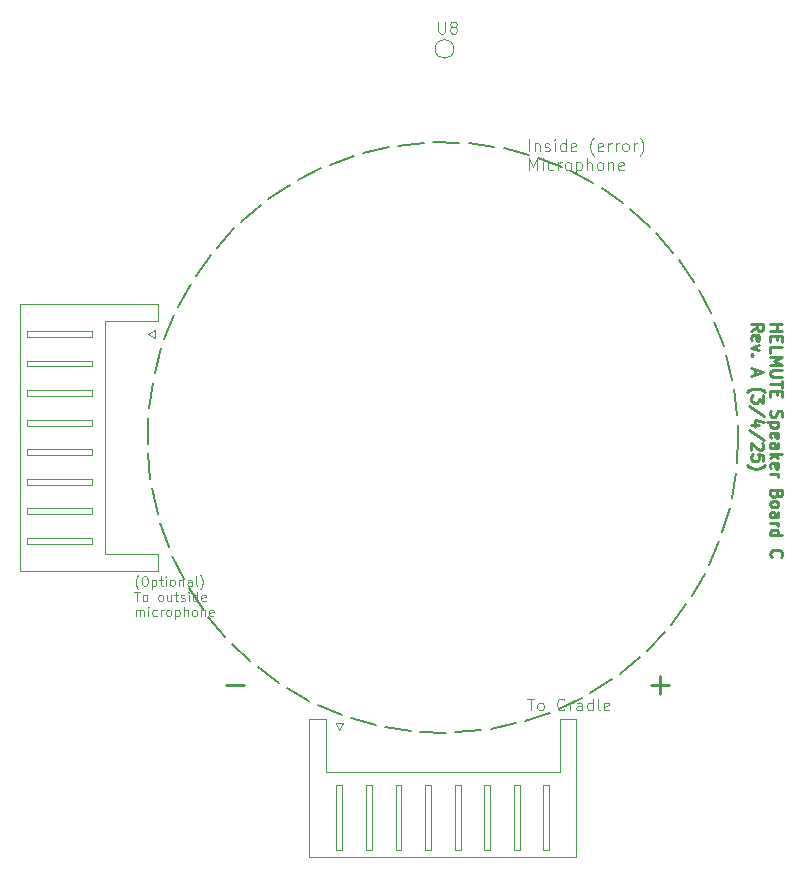
<source format=gbr>
%TF.GenerationSoftware,KiCad,Pcbnew,8.0.8*%
%TF.CreationDate,2025-03-04T17:09:11-05:00*%
%TF.ProjectId,board_C,626f6172-645f-4432-9e6b-696361645f70,rev?*%
%TF.SameCoordinates,Original*%
%TF.FileFunction,Legend,Top*%
%TF.FilePolarity,Positive*%
%FSLAX46Y46*%
G04 Gerber Fmt 4.6, Leading zero omitted, Abs format (unit mm)*
G04 Created by KiCad (PCBNEW 8.0.8) date 2025-03-04 17:09:11*
%MOMM*%
%LPD*%
G01*
G04 APERTURE LIST*
%ADD10C,0.200000*%
%ADD11C,0.100000*%
%ADD12C,0.250000*%
%ADD13C,0.120000*%
G04 APERTURE END LIST*
D10*
X173495259Y-50997629D02*
X173398521Y-53194790D01*
X173315474Y-53990434D02*
X172956405Y-56160214D01*
X172778708Y-56940194D02*
X172162472Y-59051386D01*
X171892679Y-59804484D02*
X171028139Y-61826723D01*
X170670132Y-62542108D02*
X169569722Y-64446308D01*
X169128649Y-65113690D02*
X167808197Y-66872464D01*
X167290402Y-67482245D02*
X165768899Y-69070297D01*
X165181829Y-69613706D02*
X163481159Y-71008195D01*
X162833258Y-71477418D02*
X160977881Y-72658287D01*
X160278468Y-73046574D02*
X158295069Y-73996840D01*
X157554202Y-74298606D02*
X155471308Y-75004601D01*
X154699645Y-75215506D02*
X152547213Y-75667076D01*
X151755851Y-75784087D02*
X149564840Y-75974738D01*
X148765161Y-75996172D02*
X146567083Y-75923160D01*
X145770590Y-75848709D02*
X143597059Y-75513086D01*
X142815206Y-75343819D02*
X140697484Y-74750412D01*
X139941517Y-74488765D02*
X137910063Y-73646108D01*
X137190854Y-73295845D02*
X135274885Y-72216058D01*
X134602780Y-71782215D02*
X132829853Y-70480828D01*
X132214517Y-69969646D02*
X130610132Y-68465377D01*
X130060416Y-67884208D02*
X128647647Y-66198692D01*
X128171458Y-65555895D02*
X126970626Y-63713374D01*
X126574811Y-63018194D02*
X125603187Y-61045170D01*
X125293441Y-60307604D02*
X124564999Y-58232454D01*
X124345776Y-57463112D02*
X123870994Y-55315681D01*
X123745446Y-54525629D02*
X123531152Y-52336804D01*
X123501086Y-51537403D02*
X123550362Y-49338665D01*
X123616211Y-48541414D02*
X123928348Y-46364386D01*
X124089164Y-45580751D02*
X124659674Y-43456747D01*
X124913144Y-42697999D02*
X125733820Y-40657565D01*
X126076298Y-39934617D02*
X127135337Y-38007103D01*
X127561898Y-37330352D02*
X128844069Y-35543479D01*
X129348578Y-34922660D02*
X130835438Y-33302128D01*
X131410638Y-32746169D02*
X133080804Y-31315287D01*
X133718423Y-30832185D02*
X135547871Y-29611531D01*
X136238738Y-29208234D02*
X138201157Y-28215366D01*
X138935336Y-27897675D02*
X141002501Y-27146872D01*
X141769431Y-26919355D02*
X143911611Y-26421417D01*
X144700262Y-26287347D02*
X146886646Y-26049435D01*
X147685676Y-26010740D02*
X149884818Y-26036276D01*
X150682733Y-26093513D02*
X152863003Y-26382129D01*
X153648329Y-26534475D02*
X155778369Y-27082021D01*
X156539809Y-27327284D02*
X158588984Y-28125884D01*
X159315587Y-28460537D02*
X161254423Y-29498705D01*
X161935739Y-29917935D02*
X163736351Y-31180739D01*
X164362580Y-31678516D02*
X165999070Y-33147794D01*
X166561206Y-33716959D02*
X168010037Y-35371579D01*
X168499995Y-36003945D02*
X169740328Y-37820109D01*
X170151060Y-38506581D02*
X171165057Y-40458167D01*
X171490656Y-41188873D02*
X172263732Y-43247812D01*
X172499516Y-44012241D02*
X173020552Y-46148920D01*
X173163128Y-46936078D02*
X173424631Y-49119766D01*
X173471950Y-49918331D02*
X173495259Y-50997629D01*
D11*
X155799143Y-26760104D02*
X155799143Y-25760104D01*
X156275333Y-26093437D02*
X156275333Y-26760104D01*
X156275333Y-26188675D02*
X156322952Y-26141056D01*
X156322952Y-26141056D02*
X156418190Y-26093437D01*
X156418190Y-26093437D02*
X156561047Y-26093437D01*
X156561047Y-26093437D02*
X156656285Y-26141056D01*
X156656285Y-26141056D02*
X156703904Y-26236294D01*
X156703904Y-26236294D02*
X156703904Y-26760104D01*
X157132476Y-26712485D02*
X157227714Y-26760104D01*
X157227714Y-26760104D02*
X157418190Y-26760104D01*
X157418190Y-26760104D02*
X157513428Y-26712485D01*
X157513428Y-26712485D02*
X157561047Y-26617246D01*
X157561047Y-26617246D02*
X157561047Y-26569627D01*
X157561047Y-26569627D02*
X157513428Y-26474389D01*
X157513428Y-26474389D02*
X157418190Y-26426770D01*
X157418190Y-26426770D02*
X157275333Y-26426770D01*
X157275333Y-26426770D02*
X157180095Y-26379151D01*
X157180095Y-26379151D02*
X157132476Y-26283913D01*
X157132476Y-26283913D02*
X157132476Y-26236294D01*
X157132476Y-26236294D02*
X157180095Y-26141056D01*
X157180095Y-26141056D02*
X157275333Y-26093437D01*
X157275333Y-26093437D02*
X157418190Y-26093437D01*
X157418190Y-26093437D02*
X157513428Y-26141056D01*
X157989619Y-26760104D02*
X157989619Y-26093437D01*
X157989619Y-25760104D02*
X157942000Y-25807723D01*
X157942000Y-25807723D02*
X157989619Y-25855342D01*
X157989619Y-25855342D02*
X158037238Y-25807723D01*
X158037238Y-25807723D02*
X157989619Y-25760104D01*
X157989619Y-25760104D02*
X157989619Y-25855342D01*
X158894380Y-26760104D02*
X158894380Y-25760104D01*
X158894380Y-26712485D02*
X158799142Y-26760104D01*
X158799142Y-26760104D02*
X158608666Y-26760104D01*
X158608666Y-26760104D02*
X158513428Y-26712485D01*
X158513428Y-26712485D02*
X158465809Y-26664865D01*
X158465809Y-26664865D02*
X158418190Y-26569627D01*
X158418190Y-26569627D02*
X158418190Y-26283913D01*
X158418190Y-26283913D02*
X158465809Y-26188675D01*
X158465809Y-26188675D02*
X158513428Y-26141056D01*
X158513428Y-26141056D02*
X158608666Y-26093437D01*
X158608666Y-26093437D02*
X158799142Y-26093437D01*
X158799142Y-26093437D02*
X158894380Y-26141056D01*
X159751523Y-26712485D02*
X159656285Y-26760104D01*
X159656285Y-26760104D02*
X159465809Y-26760104D01*
X159465809Y-26760104D02*
X159370571Y-26712485D01*
X159370571Y-26712485D02*
X159322952Y-26617246D01*
X159322952Y-26617246D02*
X159322952Y-26236294D01*
X159322952Y-26236294D02*
X159370571Y-26141056D01*
X159370571Y-26141056D02*
X159465809Y-26093437D01*
X159465809Y-26093437D02*
X159656285Y-26093437D01*
X159656285Y-26093437D02*
X159751523Y-26141056D01*
X159751523Y-26141056D02*
X159799142Y-26236294D01*
X159799142Y-26236294D02*
X159799142Y-26331532D01*
X159799142Y-26331532D02*
X159322952Y-26426770D01*
X161275333Y-27141056D02*
X161227714Y-27093437D01*
X161227714Y-27093437D02*
X161132476Y-26950580D01*
X161132476Y-26950580D02*
X161084857Y-26855342D01*
X161084857Y-26855342D02*
X161037238Y-26712485D01*
X161037238Y-26712485D02*
X160989619Y-26474389D01*
X160989619Y-26474389D02*
X160989619Y-26283913D01*
X160989619Y-26283913D02*
X161037238Y-26045818D01*
X161037238Y-26045818D02*
X161084857Y-25902961D01*
X161084857Y-25902961D02*
X161132476Y-25807723D01*
X161132476Y-25807723D02*
X161227714Y-25664865D01*
X161227714Y-25664865D02*
X161275333Y-25617246D01*
X162037238Y-26712485D02*
X161942000Y-26760104D01*
X161942000Y-26760104D02*
X161751524Y-26760104D01*
X161751524Y-26760104D02*
X161656286Y-26712485D01*
X161656286Y-26712485D02*
X161608667Y-26617246D01*
X161608667Y-26617246D02*
X161608667Y-26236294D01*
X161608667Y-26236294D02*
X161656286Y-26141056D01*
X161656286Y-26141056D02*
X161751524Y-26093437D01*
X161751524Y-26093437D02*
X161942000Y-26093437D01*
X161942000Y-26093437D02*
X162037238Y-26141056D01*
X162037238Y-26141056D02*
X162084857Y-26236294D01*
X162084857Y-26236294D02*
X162084857Y-26331532D01*
X162084857Y-26331532D02*
X161608667Y-26426770D01*
X162513429Y-26760104D02*
X162513429Y-26093437D01*
X162513429Y-26283913D02*
X162561048Y-26188675D01*
X162561048Y-26188675D02*
X162608667Y-26141056D01*
X162608667Y-26141056D02*
X162703905Y-26093437D01*
X162703905Y-26093437D02*
X162799143Y-26093437D01*
X163132477Y-26760104D02*
X163132477Y-26093437D01*
X163132477Y-26283913D02*
X163180096Y-26188675D01*
X163180096Y-26188675D02*
X163227715Y-26141056D01*
X163227715Y-26141056D02*
X163322953Y-26093437D01*
X163322953Y-26093437D02*
X163418191Y-26093437D01*
X163894382Y-26760104D02*
X163799144Y-26712485D01*
X163799144Y-26712485D02*
X163751525Y-26664865D01*
X163751525Y-26664865D02*
X163703906Y-26569627D01*
X163703906Y-26569627D02*
X163703906Y-26283913D01*
X163703906Y-26283913D02*
X163751525Y-26188675D01*
X163751525Y-26188675D02*
X163799144Y-26141056D01*
X163799144Y-26141056D02*
X163894382Y-26093437D01*
X163894382Y-26093437D02*
X164037239Y-26093437D01*
X164037239Y-26093437D02*
X164132477Y-26141056D01*
X164132477Y-26141056D02*
X164180096Y-26188675D01*
X164180096Y-26188675D02*
X164227715Y-26283913D01*
X164227715Y-26283913D02*
X164227715Y-26569627D01*
X164227715Y-26569627D02*
X164180096Y-26664865D01*
X164180096Y-26664865D02*
X164132477Y-26712485D01*
X164132477Y-26712485D02*
X164037239Y-26760104D01*
X164037239Y-26760104D02*
X163894382Y-26760104D01*
X164656287Y-26760104D02*
X164656287Y-26093437D01*
X164656287Y-26283913D02*
X164703906Y-26188675D01*
X164703906Y-26188675D02*
X164751525Y-26141056D01*
X164751525Y-26141056D02*
X164846763Y-26093437D01*
X164846763Y-26093437D02*
X164942001Y-26093437D01*
X165180097Y-27141056D02*
X165227716Y-27093437D01*
X165227716Y-27093437D02*
X165322954Y-26950580D01*
X165322954Y-26950580D02*
X165370573Y-26855342D01*
X165370573Y-26855342D02*
X165418192Y-26712485D01*
X165418192Y-26712485D02*
X165465811Y-26474389D01*
X165465811Y-26474389D02*
X165465811Y-26283913D01*
X165465811Y-26283913D02*
X165418192Y-26045818D01*
X165418192Y-26045818D02*
X165370573Y-25902961D01*
X165370573Y-25902961D02*
X165322954Y-25807723D01*
X165322954Y-25807723D02*
X165227716Y-25664865D01*
X165227716Y-25664865D02*
X165180097Y-25617246D01*
X155799143Y-28370048D02*
X155799143Y-27370048D01*
X155799143Y-27370048D02*
X156132476Y-28084333D01*
X156132476Y-28084333D02*
X156465809Y-27370048D01*
X156465809Y-27370048D02*
X156465809Y-28370048D01*
X156942000Y-28370048D02*
X156942000Y-27703381D01*
X156942000Y-27370048D02*
X156894381Y-27417667D01*
X156894381Y-27417667D02*
X156942000Y-27465286D01*
X156942000Y-27465286D02*
X156989619Y-27417667D01*
X156989619Y-27417667D02*
X156942000Y-27370048D01*
X156942000Y-27370048D02*
X156942000Y-27465286D01*
X157846761Y-28322429D02*
X157751523Y-28370048D01*
X157751523Y-28370048D02*
X157561047Y-28370048D01*
X157561047Y-28370048D02*
X157465809Y-28322429D01*
X157465809Y-28322429D02*
X157418190Y-28274809D01*
X157418190Y-28274809D02*
X157370571Y-28179571D01*
X157370571Y-28179571D02*
X157370571Y-27893857D01*
X157370571Y-27893857D02*
X157418190Y-27798619D01*
X157418190Y-27798619D02*
X157465809Y-27751000D01*
X157465809Y-27751000D02*
X157561047Y-27703381D01*
X157561047Y-27703381D02*
X157751523Y-27703381D01*
X157751523Y-27703381D02*
X157846761Y-27751000D01*
X158275333Y-28370048D02*
X158275333Y-27703381D01*
X158275333Y-27893857D02*
X158322952Y-27798619D01*
X158322952Y-27798619D02*
X158370571Y-27751000D01*
X158370571Y-27751000D02*
X158465809Y-27703381D01*
X158465809Y-27703381D02*
X158561047Y-27703381D01*
X159037238Y-28370048D02*
X158942000Y-28322429D01*
X158942000Y-28322429D02*
X158894381Y-28274809D01*
X158894381Y-28274809D02*
X158846762Y-28179571D01*
X158846762Y-28179571D02*
X158846762Y-27893857D01*
X158846762Y-27893857D02*
X158894381Y-27798619D01*
X158894381Y-27798619D02*
X158942000Y-27751000D01*
X158942000Y-27751000D02*
X159037238Y-27703381D01*
X159037238Y-27703381D02*
X159180095Y-27703381D01*
X159180095Y-27703381D02*
X159275333Y-27751000D01*
X159275333Y-27751000D02*
X159322952Y-27798619D01*
X159322952Y-27798619D02*
X159370571Y-27893857D01*
X159370571Y-27893857D02*
X159370571Y-28179571D01*
X159370571Y-28179571D02*
X159322952Y-28274809D01*
X159322952Y-28274809D02*
X159275333Y-28322429D01*
X159275333Y-28322429D02*
X159180095Y-28370048D01*
X159180095Y-28370048D02*
X159037238Y-28370048D01*
X159799143Y-27703381D02*
X159799143Y-28703381D01*
X159799143Y-27751000D02*
X159894381Y-27703381D01*
X159894381Y-27703381D02*
X160084857Y-27703381D01*
X160084857Y-27703381D02*
X160180095Y-27751000D01*
X160180095Y-27751000D02*
X160227714Y-27798619D01*
X160227714Y-27798619D02*
X160275333Y-27893857D01*
X160275333Y-27893857D02*
X160275333Y-28179571D01*
X160275333Y-28179571D02*
X160227714Y-28274809D01*
X160227714Y-28274809D02*
X160180095Y-28322429D01*
X160180095Y-28322429D02*
X160084857Y-28370048D01*
X160084857Y-28370048D02*
X159894381Y-28370048D01*
X159894381Y-28370048D02*
X159799143Y-28322429D01*
X160703905Y-28370048D02*
X160703905Y-27370048D01*
X161132476Y-28370048D02*
X161132476Y-27846238D01*
X161132476Y-27846238D02*
X161084857Y-27751000D01*
X161084857Y-27751000D02*
X160989619Y-27703381D01*
X160989619Y-27703381D02*
X160846762Y-27703381D01*
X160846762Y-27703381D02*
X160751524Y-27751000D01*
X160751524Y-27751000D02*
X160703905Y-27798619D01*
X161751524Y-28370048D02*
X161656286Y-28322429D01*
X161656286Y-28322429D02*
X161608667Y-28274809D01*
X161608667Y-28274809D02*
X161561048Y-28179571D01*
X161561048Y-28179571D02*
X161561048Y-27893857D01*
X161561048Y-27893857D02*
X161608667Y-27798619D01*
X161608667Y-27798619D02*
X161656286Y-27751000D01*
X161656286Y-27751000D02*
X161751524Y-27703381D01*
X161751524Y-27703381D02*
X161894381Y-27703381D01*
X161894381Y-27703381D02*
X161989619Y-27751000D01*
X161989619Y-27751000D02*
X162037238Y-27798619D01*
X162037238Y-27798619D02*
X162084857Y-27893857D01*
X162084857Y-27893857D02*
X162084857Y-28179571D01*
X162084857Y-28179571D02*
X162037238Y-28274809D01*
X162037238Y-28274809D02*
X161989619Y-28322429D01*
X161989619Y-28322429D02*
X161894381Y-28370048D01*
X161894381Y-28370048D02*
X161751524Y-28370048D01*
X162513429Y-27703381D02*
X162513429Y-28370048D01*
X162513429Y-27798619D02*
X162561048Y-27751000D01*
X162561048Y-27751000D02*
X162656286Y-27703381D01*
X162656286Y-27703381D02*
X162799143Y-27703381D01*
X162799143Y-27703381D02*
X162894381Y-27751000D01*
X162894381Y-27751000D02*
X162942000Y-27846238D01*
X162942000Y-27846238D02*
X162942000Y-28370048D01*
X163799143Y-28322429D02*
X163703905Y-28370048D01*
X163703905Y-28370048D02*
X163513429Y-28370048D01*
X163513429Y-28370048D02*
X163418191Y-28322429D01*
X163418191Y-28322429D02*
X163370572Y-28227190D01*
X163370572Y-28227190D02*
X163370572Y-27846238D01*
X163370572Y-27846238D02*
X163418191Y-27751000D01*
X163418191Y-27751000D02*
X163513429Y-27703381D01*
X163513429Y-27703381D02*
X163703905Y-27703381D01*
X163703905Y-27703381D02*
X163799143Y-27751000D01*
X163799143Y-27751000D02*
X163846762Y-27846238D01*
X163846762Y-27846238D02*
X163846762Y-27941476D01*
X163846762Y-27941476D02*
X163370572Y-28036714D01*
X122730095Y-63873376D02*
X122692000Y-63835280D01*
X122692000Y-63835280D02*
X122615809Y-63720995D01*
X122615809Y-63720995D02*
X122577714Y-63644804D01*
X122577714Y-63644804D02*
X122539619Y-63530519D01*
X122539619Y-63530519D02*
X122501524Y-63340042D01*
X122501524Y-63340042D02*
X122501524Y-63187661D01*
X122501524Y-63187661D02*
X122539619Y-62997185D01*
X122539619Y-62997185D02*
X122577714Y-62882899D01*
X122577714Y-62882899D02*
X122615809Y-62806709D01*
X122615809Y-62806709D02*
X122692000Y-62692423D01*
X122692000Y-62692423D02*
X122730095Y-62654328D01*
X123187238Y-62768614D02*
X123339619Y-62768614D01*
X123339619Y-62768614D02*
X123415809Y-62806709D01*
X123415809Y-62806709D02*
X123492000Y-62882899D01*
X123492000Y-62882899D02*
X123530095Y-63035280D01*
X123530095Y-63035280D02*
X123530095Y-63301947D01*
X123530095Y-63301947D02*
X123492000Y-63454328D01*
X123492000Y-63454328D02*
X123415809Y-63530519D01*
X123415809Y-63530519D02*
X123339619Y-63568614D01*
X123339619Y-63568614D02*
X123187238Y-63568614D01*
X123187238Y-63568614D02*
X123111047Y-63530519D01*
X123111047Y-63530519D02*
X123034857Y-63454328D01*
X123034857Y-63454328D02*
X122996761Y-63301947D01*
X122996761Y-63301947D02*
X122996761Y-63035280D01*
X122996761Y-63035280D02*
X123034857Y-62882899D01*
X123034857Y-62882899D02*
X123111047Y-62806709D01*
X123111047Y-62806709D02*
X123187238Y-62768614D01*
X123872952Y-63035280D02*
X123872952Y-63835280D01*
X123872952Y-63073376D02*
X123949142Y-63035280D01*
X123949142Y-63035280D02*
X124101523Y-63035280D01*
X124101523Y-63035280D02*
X124177714Y-63073376D01*
X124177714Y-63073376D02*
X124215809Y-63111471D01*
X124215809Y-63111471D02*
X124253904Y-63187661D01*
X124253904Y-63187661D02*
X124253904Y-63416233D01*
X124253904Y-63416233D02*
X124215809Y-63492423D01*
X124215809Y-63492423D02*
X124177714Y-63530519D01*
X124177714Y-63530519D02*
X124101523Y-63568614D01*
X124101523Y-63568614D02*
X123949142Y-63568614D01*
X123949142Y-63568614D02*
X123872952Y-63530519D01*
X124482476Y-63035280D02*
X124787238Y-63035280D01*
X124596762Y-62768614D02*
X124596762Y-63454328D01*
X124596762Y-63454328D02*
X124634857Y-63530519D01*
X124634857Y-63530519D02*
X124711047Y-63568614D01*
X124711047Y-63568614D02*
X124787238Y-63568614D01*
X125053905Y-63568614D02*
X125053905Y-63035280D01*
X125053905Y-62768614D02*
X125015809Y-62806709D01*
X125015809Y-62806709D02*
X125053905Y-62844804D01*
X125053905Y-62844804D02*
X125092000Y-62806709D01*
X125092000Y-62806709D02*
X125053905Y-62768614D01*
X125053905Y-62768614D02*
X125053905Y-62844804D01*
X125549142Y-63568614D02*
X125472952Y-63530519D01*
X125472952Y-63530519D02*
X125434857Y-63492423D01*
X125434857Y-63492423D02*
X125396761Y-63416233D01*
X125396761Y-63416233D02*
X125396761Y-63187661D01*
X125396761Y-63187661D02*
X125434857Y-63111471D01*
X125434857Y-63111471D02*
X125472952Y-63073376D01*
X125472952Y-63073376D02*
X125549142Y-63035280D01*
X125549142Y-63035280D02*
X125663428Y-63035280D01*
X125663428Y-63035280D02*
X125739619Y-63073376D01*
X125739619Y-63073376D02*
X125777714Y-63111471D01*
X125777714Y-63111471D02*
X125815809Y-63187661D01*
X125815809Y-63187661D02*
X125815809Y-63416233D01*
X125815809Y-63416233D02*
X125777714Y-63492423D01*
X125777714Y-63492423D02*
X125739619Y-63530519D01*
X125739619Y-63530519D02*
X125663428Y-63568614D01*
X125663428Y-63568614D02*
X125549142Y-63568614D01*
X126158667Y-63035280D02*
X126158667Y-63568614D01*
X126158667Y-63111471D02*
X126196762Y-63073376D01*
X126196762Y-63073376D02*
X126272952Y-63035280D01*
X126272952Y-63035280D02*
X126387238Y-63035280D01*
X126387238Y-63035280D02*
X126463429Y-63073376D01*
X126463429Y-63073376D02*
X126501524Y-63149566D01*
X126501524Y-63149566D02*
X126501524Y-63568614D01*
X127225334Y-63568614D02*
X127225334Y-63149566D01*
X127225334Y-63149566D02*
X127187239Y-63073376D01*
X127187239Y-63073376D02*
X127111048Y-63035280D01*
X127111048Y-63035280D02*
X126958667Y-63035280D01*
X126958667Y-63035280D02*
X126882477Y-63073376D01*
X127225334Y-63530519D02*
X127149143Y-63568614D01*
X127149143Y-63568614D02*
X126958667Y-63568614D01*
X126958667Y-63568614D02*
X126882477Y-63530519D01*
X126882477Y-63530519D02*
X126844381Y-63454328D01*
X126844381Y-63454328D02*
X126844381Y-63378138D01*
X126844381Y-63378138D02*
X126882477Y-63301947D01*
X126882477Y-63301947D02*
X126958667Y-63263852D01*
X126958667Y-63263852D02*
X127149143Y-63263852D01*
X127149143Y-63263852D02*
X127225334Y-63225757D01*
X127720572Y-63568614D02*
X127644382Y-63530519D01*
X127644382Y-63530519D02*
X127606287Y-63454328D01*
X127606287Y-63454328D02*
X127606287Y-62768614D01*
X127949144Y-63873376D02*
X127987239Y-63835280D01*
X127987239Y-63835280D02*
X128063430Y-63720995D01*
X128063430Y-63720995D02*
X128101525Y-63644804D01*
X128101525Y-63644804D02*
X128139620Y-63530519D01*
X128139620Y-63530519D02*
X128177716Y-63340042D01*
X128177716Y-63340042D02*
X128177716Y-63187661D01*
X128177716Y-63187661D02*
X128139620Y-62997185D01*
X128139620Y-62997185D02*
X128101525Y-62882899D01*
X128101525Y-62882899D02*
X128063430Y-62806709D01*
X128063430Y-62806709D02*
X127987239Y-62692423D01*
X127987239Y-62692423D02*
X127949144Y-62654328D01*
X122387238Y-64056569D02*
X122844381Y-64056569D01*
X122615809Y-64856569D02*
X122615809Y-64056569D01*
X123225333Y-64856569D02*
X123149143Y-64818474D01*
X123149143Y-64818474D02*
X123111048Y-64780378D01*
X123111048Y-64780378D02*
X123072952Y-64704188D01*
X123072952Y-64704188D02*
X123072952Y-64475616D01*
X123072952Y-64475616D02*
X123111048Y-64399426D01*
X123111048Y-64399426D02*
X123149143Y-64361331D01*
X123149143Y-64361331D02*
X123225333Y-64323235D01*
X123225333Y-64323235D02*
X123339619Y-64323235D01*
X123339619Y-64323235D02*
X123415810Y-64361331D01*
X123415810Y-64361331D02*
X123453905Y-64399426D01*
X123453905Y-64399426D02*
X123492000Y-64475616D01*
X123492000Y-64475616D02*
X123492000Y-64704188D01*
X123492000Y-64704188D02*
X123453905Y-64780378D01*
X123453905Y-64780378D02*
X123415810Y-64818474D01*
X123415810Y-64818474D02*
X123339619Y-64856569D01*
X123339619Y-64856569D02*
X123225333Y-64856569D01*
X124558667Y-64856569D02*
X124482477Y-64818474D01*
X124482477Y-64818474D02*
X124444382Y-64780378D01*
X124444382Y-64780378D02*
X124406286Y-64704188D01*
X124406286Y-64704188D02*
X124406286Y-64475616D01*
X124406286Y-64475616D02*
X124444382Y-64399426D01*
X124444382Y-64399426D02*
X124482477Y-64361331D01*
X124482477Y-64361331D02*
X124558667Y-64323235D01*
X124558667Y-64323235D02*
X124672953Y-64323235D01*
X124672953Y-64323235D02*
X124749144Y-64361331D01*
X124749144Y-64361331D02*
X124787239Y-64399426D01*
X124787239Y-64399426D02*
X124825334Y-64475616D01*
X124825334Y-64475616D02*
X124825334Y-64704188D01*
X124825334Y-64704188D02*
X124787239Y-64780378D01*
X124787239Y-64780378D02*
X124749144Y-64818474D01*
X124749144Y-64818474D02*
X124672953Y-64856569D01*
X124672953Y-64856569D02*
X124558667Y-64856569D01*
X125511049Y-64323235D02*
X125511049Y-64856569D01*
X125168192Y-64323235D02*
X125168192Y-64742283D01*
X125168192Y-64742283D02*
X125206287Y-64818474D01*
X125206287Y-64818474D02*
X125282477Y-64856569D01*
X125282477Y-64856569D02*
X125396763Y-64856569D01*
X125396763Y-64856569D02*
X125472954Y-64818474D01*
X125472954Y-64818474D02*
X125511049Y-64780378D01*
X125777716Y-64323235D02*
X126082478Y-64323235D01*
X125892002Y-64056569D02*
X125892002Y-64742283D01*
X125892002Y-64742283D02*
X125930097Y-64818474D01*
X125930097Y-64818474D02*
X126006287Y-64856569D01*
X126006287Y-64856569D02*
X126082478Y-64856569D01*
X126311049Y-64818474D02*
X126387240Y-64856569D01*
X126387240Y-64856569D02*
X126539621Y-64856569D01*
X126539621Y-64856569D02*
X126615811Y-64818474D01*
X126615811Y-64818474D02*
X126653907Y-64742283D01*
X126653907Y-64742283D02*
X126653907Y-64704188D01*
X126653907Y-64704188D02*
X126615811Y-64627997D01*
X126615811Y-64627997D02*
X126539621Y-64589902D01*
X126539621Y-64589902D02*
X126425335Y-64589902D01*
X126425335Y-64589902D02*
X126349145Y-64551807D01*
X126349145Y-64551807D02*
X126311049Y-64475616D01*
X126311049Y-64475616D02*
X126311049Y-64437521D01*
X126311049Y-64437521D02*
X126349145Y-64361331D01*
X126349145Y-64361331D02*
X126425335Y-64323235D01*
X126425335Y-64323235D02*
X126539621Y-64323235D01*
X126539621Y-64323235D02*
X126615811Y-64361331D01*
X126996764Y-64856569D02*
X126996764Y-64323235D01*
X126996764Y-64056569D02*
X126958668Y-64094664D01*
X126958668Y-64094664D02*
X126996764Y-64132759D01*
X126996764Y-64132759D02*
X127034859Y-64094664D01*
X127034859Y-64094664D02*
X126996764Y-64056569D01*
X126996764Y-64056569D02*
X126996764Y-64132759D01*
X127720573Y-64856569D02*
X127720573Y-64056569D01*
X127720573Y-64818474D02*
X127644382Y-64856569D01*
X127644382Y-64856569D02*
X127492001Y-64856569D01*
X127492001Y-64856569D02*
X127415811Y-64818474D01*
X127415811Y-64818474D02*
X127377716Y-64780378D01*
X127377716Y-64780378D02*
X127339620Y-64704188D01*
X127339620Y-64704188D02*
X127339620Y-64475616D01*
X127339620Y-64475616D02*
X127377716Y-64399426D01*
X127377716Y-64399426D02*
X127415811Y-64361331D01*
X127415811Y-64361331D02*
X127492001Y-64323235D01*
X127492001Y-64323235D02*
X127644382Y-64323235D01*
X127644382Y-64323235D02*
X127720573Y-64361331D01*
X128406288Y-64818474D02*
X128330097Y-64856569D01*
X128330097Y-64856569D02*
X128177716Y-64856569D01*
X128177716Y-64856569D02*
X128101526Y-64818474D01*
X128101526Y-64818474D02*
X128063430Y-64742283D01*
X128063430Y-64742283D02*
X128063430Y-64437521D01*
X128063430Y-64437521D02*
X128101526Y-64361331D01*
X128101526Y-64361331D02*
X128177716Y-64323235D01*
X128177716Y-64323235D02*
X128330097Y-64323235D01*
X128330097Y-64323235D02*
X128406288Y-64361331D01*
X128406288Y-64361331D02*
X128444383Y-64437521D01*
X128444383Y-64437521D02*
X128444383Y-64513712D01*
X128444383Y-64513712D02*
X128063430Y-64589902D01*
X122501524Y-66144524D02*
X122501524Y-65611190D01*
X122501524Y-65687381D02*
X122539619Y-65649286D01*
X122539619Y-65649286D02*
X122615809Y-65611190D01*
X122615809Y-65611190D02*
X122730095Y-65611190D01*
X122730095Y-65611190D02*
X122806286Y-65649286D01*
X122806286Y-65649286D02*
X122844381Y-65725476D01*
X122844381Y-65725476D02*
X122844381Y-66144524D01*
X122844381Y-65725476D02*
X122882476Y-65649286D01*
X122882476Y-65649286D02*
X122958667Y-65611190D01*
X122958667Y-65611190D02*
X123072952Y-65611190D01*
X123072952Y-65611190D02*
X123149143Y-65649286D01*
X123149143Y-65649286D02*
X123187238Y-65725476D01*
X123187238Y-65725476D02*
X123187238Y-66144524D01*
X123568191Y-66144524D02*
X123568191Y-65611190D01*
X123568191Y-65344524D02*
X123530095Y-65382619D01*
X123530095Y-65382619D02*
X123568191Y-65420714D01*
X123568191Y-65420714D02*
X123606286Y-65382619D01*
X123606286Y-65382619D02*
X123568191Y-65344524D01*
X123568191Y-65344524D02*
X123568191Y-65420714D01*
X124292000Y-66106429D02*
X124215809Y-66144524D01*
X124215809Y-66144524D02*
X124063428Y-66144524D01*
X124063428Y-66144524D02*
X123987238Y-66106429D01*
X123987238Y-66106429D02*
X123949143Y-66068333D01*
X123949143Y-66068333D02*
X123911047Y-65992143D01*
X123911047Y-65992143D02*
X123911047Y-65763571D01*
X123911047Y-65763571D02*
X123949143Y-65687381D01*
X123949143Y-65687381D02*
X123987238Y-65649286D01*
X123987238Y-65649286D02*
X124063428Y-65611190D01*
X124063428Y-65611190D02*
X124215809Y-65611190D01*
X124215809Y-65611190D02*
X124292000Y-65649286D01*
X124634857Y-66144524D02*
X124634857Y-65611190D01*
X124634857Y-65763571D02*
X124672952Y-65687381D01*
X124672952Y-65687381D02*
X124711047Y-65649286D01*
X124711047Y-65649286D02*
X124787238Y-65611190D01*
X124787238Y-65611190D02*
X124863428Y-65611190D01*
X125244380Y-66144524D02*
X125168190Y-66106429D01*
X125168190Y-66106429D02*
X125130095Y-66068333D01*
X125130095Y-66068333D02*
X125091999Y-65992143D01*
X125091999Y-65992143D02*
X125091999Y-65763571D01*
X125091999Y-65763571D02*
X125130095Y-65687381D01*
X125130095Y-65687381D02*
X125168190Y-65649286D01*
X125168190Y-65649286D02*
X125244380Y-65611190D01*
X125244380Y-65611190D02*
X125358666Y-65611190D01*
X125358666Y-65611190D02*
X125434857Y-65649286D01*
X125434857Y-65649286D02*
X125472952Y-65687381D01*
X125472952Y-65687381D02*
X125511047Y-65763571D01*
X125511047Y-65763571D02*
X125511047Y-65992143D01*
X125511047Y-65992143D02*
X125472952Y-66068333D01*
X125472952Y-66068333D02*
X125434857Y-66106429D01*
X125434857Y-66106429D02*
X125358666Y-66144524D01*
X125358666Y-66144524D02*
X125244380Y-66144524D01*
X125853905Y-65611190D02*
X125853905Y-66411190D01*
X125853905Y-65649286D02*
X125930095Y-65611190D01*
X125930095Y-65611190D02*
X126082476Y-65611190D01*
X126082476Y-65611190D02*
X126158667Y-65649286D01*
X126158667Y-65649286D02*
X126196762Y-65687381D01*
X126196762Y-65687381D02*
X126234857Y-65763571D01*
X126234857Y-65763571D02*
X126234857Y-65992143D01*
X126234857Y-65992143D02*
X126196762Y-66068333D01*
X126196762Y-66068333D02*
X126158667Y-66106429D01*
X126158667Y-66106429D02*
X126082476Y-66144524D01*
X126082476Y-66144524D02*
X125930095Y-66144524D01*
X125930095Y-66144524D02*
X125853905Y-66106429D01*
X126577715Y-66144524D02*
X126577715Y-65344524D01*
X126920572Y-66144524D02*
X126920572Y-65725476D01*
X126920572Y-65725476D02*
X126882477Y-65649286D01*
X126882477Y-65649286D02*
X126806286Y-65611190D01*
X126806286Y-65611190D02*
X126692000Y-65611190D01*
X126692000Y-65611190D02*
X126615810Y-65649286D01*
X126615810Y-65649286D02*
X126577715Y-65687381D01*
X127415810Y-66144524D02*
X127339620Y-66106429D01*
X127339620Y-66106429D02*
X127301525Y-66068333D01*
X127301525Y-66068333D02*
X127263429Y-65992143D01*
X127263429Y-65992143D02*
X127263429Y-65763571D01*
X127263429Y-65763571D02*
X127301525Y-65687381D01*
X127301525Y-65687381D02*
X127339620Y-65649286D01*
X127339620Y-65649286D02*
X127415810Y-65611190D01*
X127415810Y-65611190D02*
X127530096Y-65611190D01*
X127530096Y-65611190D02*
X127606287Y-65649286D01*
X127606287Y-65649286D02*
X127644382Y-65687381D01*
X127644382Y-65687381D02*
X127682477Y-65763571D01*
X127682477Y-65763571D02*
X127682477Y-65992143D01*
X127682477Y-65992143D02*
X127644382Y-66068333D01*
X127644382Y-66068333D02*
X127606287Y-66106429D01*
X127606287Y-66106429D02*
X127530096Y-66144524D01*
X127530096Y-66144524D02*
X127415810Y-66144524D01*
X128025335Y-65611190D02*
X128025335Y-66144524D01*
X128025335Y-65687381D02*
X128063430Y-65649286D01*
X128063430Y-65649286D02*
X128139620Y-65611190D01*
X128139620Y-65611190D02*
X128253906Y-65611190D01*
X128253906Y-65611190D02*
X128330097Y-65649286D01*
X128330097Y-65649286D02*
X128368192Y-65725476D01*
X128368192Y-65725476D02*
X128368192Y-66144524D01*
X129053907Y-66106429D02*
X128977716Y-66144524D01*
X128977716Y-66144524D02*
X128825335Y-66144524D01*
X128825335Y-66144524D02*
X128749145Y-66106429D01*
X128749145Y-66106429D02*
X128711049Y-66030238D01*
X128711049Y-66030238D02*
X128711049Y-65725476D01*
X128711049Y-65725476D02*
X128749145Y-65649286D01*
X128749145Y-65649286D02*
X128825335Y-65611190D01*
X128825335Y-65611190D02*
X128977716Y-65611190D01*
X128977716Y-65611190D02*
X129053907Y-65649286D01*
X129053907Y-65649286D02*
X129092002Y-65725476D01*
X129092002Y-65725476D02*
X129092002Y-65801667D01*
X129092002Y-65801667D02*
X128711049Y-65877857D01*
D12*
X130135922Y-71977962D02*
X131659732Y-71977962D01*
X166135922Y-71977962D02*
X167659732Y-71977962D01*
X166897827Y-72739867D02*
X166897827Y-71216057D01*
X176240583Y-41400197D02*
X177240583Y-41400197D01*
X176764393Y-41400197D02*
X176764393Y-41971625D01*
X176240583Y-41971625D02*
X177240583Y-41971625D01*
X176764393Y-42447816D02*
X176764393Y-42781149D01*
X176240583Y-42924006D02*
X176240583Y-42447816D01*
X176240583Y-42447816D02*
X177240583Y-42447816D01*
X177240583Y-42447816D02*
X177240583Y-42924006D01*
X176240583Y-43828768D02*
X176240583Y-43352578D01*
X176240583Y-43352578D02*
X177240583Y-43352578D01*
X176240583Y-44162102D02*
X177240583Y-44162102D01*
X177240583Y-44162102D02*
X176526298Y-44495435D01*
X176526298Y-44495435D02*
X177240583Y-44828768D01*
X177240583Y-44828768D02*
X176240583Y-44828768D01*
X177240583Y-45304959D02*
X176431060Y-45304959D01*
X176431060Y-45304959D02*
X176335822Y-45352578D01*
X176335822Y-45352578D02*
X176288203Y-45400197D01*
X176288203Y-45400197D02*
X176240583Y-45495435D01*
X176240583Y-45495435D02*
X176240583Y-45685911D01*
X176240583Y-45685911D02*
X176288203Y-45781149D01*
X176288203Y-45781149D02*
X176335822Y-45828768D01*
X176335822Y-45828768D02*
X176431060Y-45876387D01*
X176431060Y-45876387D02*
X177240583Y-45876387D01*
X177240583Y-46209721D02*
X177240583Y-46781149D01*
X176240583Y-46495435D02*
X177240583Y-46495435D01*
X176764393Y-47114483D02*
X176764393Y-47447816D01*
X176240583Y-47590673D02*
X176240583Y-47114483D01*
X176240583Y-47114483D02*
X177240583Y-47114483D01*
X177240583Y-47114483D02*
X177240583Y-47590673D01*
X176288203Y-48733531D02*
X176240583Y-48876388D01*
X176240583Y-48876388D02*
X176240583Y-49114483D01*
X176240583Y-49114483D02*
X176288203Y-49209721D01*
X176288203Y-49209721D02*
X176335822Y-49257340D01*
X176335822Y-49257340D02*
X176431060Y-49304959D01*
X176431060Y-49304959D02*
X176526298Y-49304959D01*
X176526298Y-49304959D02*
X176621536Y-49257340D01*
X176621536Y-49257340D02*
X176669155Y-49209721D01*
X176669155Y-49209721D02*
X176716774Y-49114483D01*
X176716774Y-49114483D02*
X176764393Y-48924007D01*
X176764393Y-48924007D02*
X176812012Y-48828769D01*
X176812012Y-48828769D02*
X176859631Y-48781150D01*
X176859631Y-48781150D02*
X176954869Y-48733531D01*
X176954869Y-48733531D02*
X177050107Y-48733531D01*
X177050107Y-48733531D02*
X177145345Y-48781150D01*
X177145345Y-48781150D02*
X177192964Y-48828769D01*
X177192964Y-48828769D02*
X177240583Y-48924007D01*
X177240583Y-48924007D02*
X177240583Y-49162102D01*
X177240583Y-49162102D02*
X177192964Y-49304959D01*
X176907250Y-49733531D02*
X175907250Y-49733531D01*
X176859631Y-49733531D02*
X176907250Y-49828769D01*
X176907250Y-49828769D02*
X176907250Y-50019245D01*
X176907250Y-50019245D02*
X176859631Y-50114483D01*
X176859631Y-50114483D02*
X176812012Y-50162102D01*
X176812012Y-50162102D02*
X176716774Y-50209721D01*
X176716774Y-50209721D02*
X176431060Y-50209721D01*
X176431060Y-50209721D02*
X176335822Y-50162102D01*
X176335822Y-50162102D02*
X176288203Y-50114483D01*
X176288203Y-50114483D02*
X176240583Y-50019245D01*
X176240583Y-50019245D02*
X176240583Y-49828769D01*
X176240583Y-49828769D02*
X176288203Y-49733531D01*
X176288203Y-51019245D02*
X176240583Y-50924007D01*
X176240583Y-50924007D02*
X176240583Y-50733531D01*
X176240583Y-50733531D02*
X176288203Y-50638293D01*
X176288203Y-50638293D02*
X176383441Y-50590674D01*
X176383441Y-50590674D02*
X176764393Y-50590674D01*
X176764393Y-50590674D02*
X176859631Y-50638293D01*
X176859631Y-50638293D02*
X176907250Y-50733531D01*
X176907250Y-50733531D02*
X176907250Y-50924007D01*
X176907250Y-50924007D02*
X176859631Y-51019245D01*
X176859631Y-51019245D02*
X176764393Y-51066864D01*
X176764393Y-51066864D02*
X176669155Y-51066864D01*
X176669155Y-51066864D02*
X176573917Y-50590674D01*
X176240583Y-51924007D02*
X176764393Y-51924007D01*
X176764393Y-51924007D02*
X176859631Y-51876388D01*
X176859631Y-51876388D02*
X176907250Y-51781150D01*
X176907250Y-51781150D02*
X176907250Y-51590674D01*
X176907250Y-51590674D02*
X176859631Y-51495436D01*
X176288203Y-51924007D02*
X176240583Y-51828769D01*
X176240583Y-51828769D02*
X176240583Y-51590674D01*
X176240583Y-51590674D02*
X176288203Y-51495436D01*
X176288203Y-51495436D02*
X176383441Y-51447817D01*
X176383441Y-51447817D02*
X176478679Y-51447817D01*
X176478679Y-51447817D02*
X176573917Y-51495436D01*
X176573917Y-51495436D02*
X176621536Y-51590674D01*
X176621536Y-51590674D02*
X176621536Y-51828769D01*
X176621536Y-51828769D02*
X176669155Y-51924007D01*
X176240583Y-52400198D02*
X177240583Y-52400198D01*
X176621536Y-52495436D02*
X176240583Y-52781150D01*
X176907250Y-52781150D02*
X176526298Y-52400198D01*
X176288203Y-53590674D02*
X176240583Y-53495436D01*
X176240583Y-53495436D02*
X176240583Y-53304960D01*
X176240583Y-53304960D02*
X176288203Y-53209722D01*
X176288203Y-53209722D02*
X176383441Y-53162103D01*
X176383441Y-53162103D02*
X176764393Y-53162103D01*
X176764393Y-53162103D02*
X176859631Y-53209722D01*
X176859631Y-53209722D02*
X176907250Y-53304960D01*
X176907250Y-53304960D02*
X176907250Y-53495436D01*
X176907250Y-53495436D02*
X176859631Y-53590674D01*
X176859631Y-53590674D02*
X176764393Y-53638293D01*
X176764393Y-53638293D02*
X176669155Y-53638293D01*
X176669155Y-53638293D02*
X176573917Y-53162103D01*
X176240583Y-54066865D02*
X176907250Y-54066865D01*
X176716774Y-54066865D02*
X176812012Y-54114484D01*
X176812012Y-54114484D02*
X176859631Y-54162103D01*
X176859631Y-54162103D02*
X176907250Y-54257341D01*
X176907250Y-54257341D02*
X176907250Y-54352579D01*
X176764393Y-55781151D02*
X176716774Y-55924008D01*
X176716774Y-55924008D02*
X176669155Y-55971627D01*
X176669155Y-55971627D02*
X176573917Y-56019246D01*
X176573917Y-56019246D02*
X176431060Y-56019246D01*
X176431060Y-56019246D02*
X176335822Y-55971627D01*
X176335822Y-55971627D02*
X176288203Y-55924008D01*
X176288203Y-55924008D02*
X176240583Y-55828770D01*
X176240583Y-55828770D02*
X176240583Y-55447818D01*
X176240583Y-55447818D02*
X177240583Y-55447818D01*
X177240583Y-55447818D02*
X177240583Y-55781151D01*
X177240583Y-55781151D02*
X177192964Y-55876389D01*
X177192964Y-55876389D02*
X177145345Y-55924008D01*
X177145345Y-55924008D02*
X177050107Y-55971627D01*
X177050107Y-55971627D02*
X176954869Y-55971627D01*
X176954869Y-55971627D02*
X176859631Y-55924008D01*
X176859631Y-55924008D02*
X176812012Y-55876389D01*
X176812012Y-55876389D02*
X176764393Y-55781151D01*
X176764393Y-55781151D02*
X176764393Y-55447818D01*
X176240583Y-56590675D02*
X176288203Y-56495437D01*
X176288203Y-56495437D02*
X176335822Y-56447818D01*
X176335822Y-56447818D02*
X176431060Y-56400199D01*
X176431060Y-56400199D02*
X176716774Y-56400199D01*
X176716774Y-56400199D02*
X176812012Y-56447818D01*
X176812012Y-56447818D02*
X176859631Y-56495437D01*
X176859631Y-56495437D02*
X176907250Y-56590675D01*
X176907250Y-56590675D02*
X176907250Y-56733532D01*
X176907250Y-56733532D02*
X176859631Y-56828770D01*
X176859631Y-56828770D02*
X176812012Y-56876389D01*
X176812012Y-56876389D02*
X176716774Y-56924008D01*
X176716774Y-56924008D02*
X176431060Y-56924008D01*
X176431060Y-56924008D02*
X176335822Y-56876389D01*
X176335822Y-56876389D02*
X176288203Y-56828770D01*
X176288203Y-56828770D02*
X176240583Y-56733532D01*
X176240583Y-56733532D02*
X176240583Y-56590675D01*
X176240583Y-57781151D02*
X176764393Y-57781151D01*
X176764393Y-57781151D02*
X176859631Y-57733532D01*
X176859631Y-57733532D02*
X176907250Y-57638294D01*
X176907250Y-57638294D02*
X176907250Y-57447818D01*
X176907250Y-57447818D02*
X176859631Y-57352580D01*
X176288203Y-57781151D02*
X176240583Y-57685913D01*
X176240583Y-57685913D02*
X176240583Y-57447818D01*
X176240583Y-57447818D02*
X176288203Y-57352580D01*
X176288203Y-57352580D02*
X176383441Y-57304961D01*
X176383441Y-57304961D02*
X176478679Y-57304961D01*
X176478679Y-57304961D02*
X176573917Y-57352580D01*
X176573917Y-57352580D02*
X176621536Y-57447818D01*
X176621536Y-57447818D02*
X176621536Y-57685913D01*
X176621536Y-57685913D02*
X176669155Y-57781151D01*
X176240583Y-58257342D02*
X176907250Y-58257342D01*
X176716774Y-58257342D02*
X176812012Y-58304961D01*
X176812012Y-58304961D02*
X176859631Y-58352580D01*
X176859631Y-58352580D02*
X176907250Y-58447818D01*
X176907250Y-58447818D02*
X176907250Y-58543056D01*
X176240583Y-59304961D02*
X177240583Y-59304961D01*
X176288203Y-59304961D02*
X176240583Y-59209723D01*
X176240583Y-59209723D02*
X176240583Y-59019247D01*
X176240583Y-59019247D02*
X176288203Y-58924009D01*
X176288203Y-58924009D02*
X176335822Y-58876390D01*
X176335822Y-58876390D02*
X176431060Y-58828771D01*
X176431060Y-58828771D02*
X176716774Y-58828771D01*
X176716774Y-58828771D02*
X176812012Y-58876390D01*
X176812012Y-58876390D02*
X176859631Y-58924009D01*
X176859631Y-58924009D02*
X176907250Y-59019247D01*
X176907250Y-59019247D02*
X176907250Y-59209723D01*
X176907250Y-59209723D02*
X176859631Y-59304961D01*
X176335822Y-61114485D02*
X176288203Y-61066866D01*
X176288203Y-61066866D02*
X176240583Y-60924009D01*
X176240583Y-60924009D02*
X176240583Y-60828771D01*
X176240583Y-60828771D02*
X176288203Y-60685914D01*
X176288203Y-60685914D02*
X176383441Y-60590676D01*
X176383441Y-60590676D02*
X176478679Y-60543057D01*
X176478679Y-60543057D02*
X176669155Y-60495438D01*
X176669155Y-60495438D02*
X176812012Y-60495438D01*
X176812012Y-60495438D02*
X177002488Y-60543057D01*
X177002488Y-60543057D02*
X177097726Y-60590676D01*
X177097726Y-60590676D02*
X177192964Y-60685914D01*
X177192964Y-60685914D02*
X177240583Y-60828771D01*
X177240583Y-60828771D02*
X177240583Y-60924009D01*
X177240583Y-60924009D02*
X177192964Y-61066866D01*
X177192964Y-61066866D02*
X177145345Y-61114485D01*
X174630639Y-41971625D02*
X175106830Y-41638292D01*
X174630639Y-41400197D02*
X175630639Y-41400197D01*
X175630639Y-41400197D02*
X175630639Y-41781149D01*
X175630639Y-41781149D02*
X175583020Y-41876387D01*
X175583020Y-41876387D02*
X175535401Y-41924006D01*
X175535401Y-41924006D02*
X175440163Y-41971625D01*
X175440163Y-41971625D02*
X175297306Y-41971625D01*
X175297306Y-41971625D02*
X175202068Y-41924006D01*
X175202068Y-41924006D02*
X175154449Y-41876387D01*
X175154449Y-41876387D02*
X175106830Y-41781149D01*
X175106830Y-41781149D02*
X175106830Y-41400197D01*
X174678259Y-42781149D02*
X174630639Y-42685911D01*
X174630639Y-42685911D02*
X174630639Y-42495435D01*
X174630639Y-42495435D02*
X174678259Y-42400197D01*
X174678259Y-42400197D02*
X174773497Y-42352578D01*
X174773497Y-42352578D02*
X175154449Y-42352578D01*
X175154449Y-42352578D02*
X175249687Y-42400197D01*
X175249687Y-42400197D02*
X175297306Y-42495435D01*
X175297306Y-42495435D02*
X175297306Y-42685911D01*
X175297306Y-42685911D02*
X175249687Y-42781149D01*
X175249687Y-42781149D02*
X175154449Y-42828768D01*
X175154449Y-42828768D02*
X175059211Y-42828768D01*
X175059211Y-42828768D02*
X174963973Y-42352578D01*
X175297306Y-43162102D02*
X174630639Y-43400197D01*
X174630639Y-43400197D02*
X175297306Y-43638292D01*
X174725878Y-44019245D02*
X174678259Y-44066864D01*
X174678259Y-44066864D02*
X174630639Y-44019245D01*
X174630639Y-44019245D02*
X174678259Y-43971626D01*
X174678259Y-43971626D02*
X174725878Y-44019245D01*
X174725878Y-44019245D02*
X174630639Y-44019245D01*
X174916354Y-45209721D02*
X174916354Y-45685911D01*
X174630639Y-45114483D02*
X175630639Y-45447816D01*
X175630639Y-45447816D02*
X174630639Y-45781149D01*
X174249687Y-47162102D02*
X174297306Y-47114483D01*
X174297306Y-47114483D02*
X174440163Y-47019245D01*
X174440163Y-47019245D02*
X174535401Y-46971626D01*
X174535401Y-46971626D02*
X174678259Y-46924007D01*
X174678259Y-46924007D02*
X174916354Y-46876388D01*
X174916354Y-46876388D02*
X175106830Y-46876388D01*
X175106830Y-46876388D02*
X175344925Y-46924007D01*
X175344925Y-46924007D02*
X175487782Y-46971626D01*
X175487782Y-46971626D02*
X175583020Y-47019245D01*
X175583020Y-47019245D02*
X175725878Y-47114483D01*
X175725878Y-47114483D02*
X175773497Y-47162102D01*
X175630639Y-47447817D02*
X175630639Y-48066864D01*
X175630639Y-48066864D02*
X175249687Y-47733531D01*
X175249687Y-47733531D02*
X175249687Y-47876388D01*
X175249687Y-47876388D02*
X175202068Y-47971626D01*
X175202068Y-47971626D02*
X175154449Y-48019245D01*
X175154449Y-48019245D02*
X175059211Y-48066864D01*
X175059211Y-48066864D02*
X174821116Y-48066864D01*
X174821116Y-48066864D02*
X174725878Y-48019245D01*
X174725878Y-48019245D02*
X174678259Y-47971626D01*
X174678259Y-47971626D02*
X174630639Y-47876388D01*
X174630639Y-47876388D02*
X174630639Y-47590674D01*
X174630639Y-47590674D02*
X174678259Y-47495436D01*
X174678259Y-47495436D02*
X174725878Y-47447817D01*
X175678259Y-49209721D02*
X174392544Y-48352579D01*
X175297306Y-49971626D02*
X174630639Y-49971626D01*
X175678259Y-49733531D02*
X174963973Y-49495436D01*
X174963973Y-49495436D02*
X174963973Y-50114483D01*
X175678259Y-51209721D02*
X174392544Y-50352579D01*
X175535401Y-51495436D02*
X175583020Y-51543055D01*
X175583020Y-51543055D02*
X175630639Y-51638293D01*
X175630639Y-51638293D02*
X175630639Y-51876388D01*
X175630639Y-51876388D02*
X175583020Y-51971626D01*
X175583020Y-51971626D02*
X175535401Y-52019245D01*
X175535401Y-52019245D02*
X175440163Y-52066864D01*
X175440163Y-52066864D02*
X175344925Y-52066864D01*
X175344925Y-52066864D02*
X175202068Y-52019245D01*
X175202068Y-52019245D02*
X174630639Y-51447817D01*
X174630639Y-51447817D02*
X174630639Y-52066864D01*
X175630639Y-52971626D02*
X175630639Y-52495436D01*
X175630639Y-52495436D02*
X175154449Y-52447817D01*
X175154449Y-52447817D02*
X175202068Y-52495436D01*
X175202068Y-52495436D02*
X175249687Y-52590674D01*
X175249687Y-52590674D02*
X175249687Y-52828769D01*
X175249687Y-52828769D02*
X175202068Y-52924007D01*
X175202068Y-52924007D02*
X175154449Y-52971626D01*
X175154449Y-52971626D02*
X175059211Y-53019245D01*
X175059211Y-53019245D02*
X174821116Y-53019245D01*
X174821116Y-53019245D02*
X174725878Y-52971626D01*
X174725878Y-52971626D02*
X174678259Y-52924007D01*
X174678259Y-52924007D02*
X174630639Y-52828769D01*
X174630639Y-52828769D02*
X174630639Y-52590674D01*
X174630639Y-52590674D02*
X174678259Y-52495436D01*
X174678259Y-52495436D02*
X174725878Y-52447817D01*
X174249687Y-53352579D02*
X174297306Y-53400198D01*
X174297306Y-53400198D02*
X174440163Y-53495436D01*
X174440163Y-53495436D02*
X174535401Y-53543055D01*
X174535401Y-53543055D02*
X174678259Y-53590674D01*
X174678259Y-53590674D02*
X174916354Y-53638293D01*
X174916354Y-53638293D02*
X175106830Y-53638293D01*
X175106830Y-53638293D02*
X175344925Y-53590674D01*
X175344925Y-53590674D02*
X175487782Y-53543055D01*
X175487782Y-53543055D02*
X175583020Y-53495436D01*
X175583020Y-53495436D02*
X175725878Y-53400198D01*
X175725878Y-53400198D02*
X175773497Y-53352579D01*
D11*
X155656286Y-73120048D02*
X156227714Y-73120048D01*
X155942000Y-74120048D02*
X155942000Y-73120048D01*
X156703905Y-74120048D02*
X156608667Y-74072429D01*
X156608667Y-74072429D02*
X156561048Y-74024809D01*
X156561048Y-74024809D02*
X156513429Y-73929571D01*
X156513429Y-73929571D02*
X156513429Y-73643857D01*
X156513429Y-73643857D02*
X156561048Y-73548619D01*
X156561048Y-73548619D02*
X156608667Y-73501000D01*
X156608667Y-73501000D02*
X156703905Y-73453381D01*
X156703905Y-73453381D02*
X156846762Y-73453381D01*
X156846762Y-73453381D02*
X156942000Y-73501000D01*
X156942000Y-73501000D02*
X156989619Y-73548619D01*
X156989619Y-73548619D02*
X157037238Y-73643857D01*
X157037238Y-73643857D02*
X157037238Y-73929571D01*
X157037238Y-73929571D02*
X156989619Y-74024809D01*
X156989619Y-74024809D02*
X156942000Y-74072429D01*
X156942000Y-74072429D02*
X156846762Y-74120048D01*
X156846762Y-74120048D02*
X156703905Y-74120048D01*
X158799143Y-74024809D02*
X158751524Y-74072429D01*
X158751524Y-74072429D02*
X158608667Y-74120048D01*
X158608667Y-74120048D02*
X158513429Y-74120048D01*
X158513429Y-74120048D02*
X158370572Y-74072429D01*
X158370572Y-74072429D02*
X158275334Y-73977190D01*
X158275334Y-73977190D02*
X158227715Y-73881952D01*
X158227715Y-73881952D02*
X158180096Y-73691476D01*
X158180096Y-73691476D02*
X158180096Y-73548619D01*
X158180096Y-73548619D02*
X158227715Y-73358143D01*
X158227715Y-73358143D02*
X158275334Y-73262905D01*
X158275334Y-73262905D02*
X158370572Y-73167667D01*
X158370572Y-73167667D02*
X158513429Y-73120048D01*
X158513429Y-73120048D02*
X158608667Y-73120048D01*
X158608667Y-73120048D02*
X158751524Y-73167667D01*
X158751524Y-73167667D02*
X158799143Y-73215286D01*
X159227715Y-74120048D02*
X159227715Y-73453381D01*
X159227715Y-73643857D02*
X159275334Y-73548619D01*
X159275334Y-73548619D02*
X159322953Y-73501000D01*
X159322953Y-73501000D02*
X159418191Y-73453381D01*
X159418191Y-73453381D02*
X159513429Y-73453381D01*
X160275334Y-74120048D02*
X160275334Y-73596238D01*
X160275334Y-73596238D02*
X160227715Y-73501000D01*
X160227715Y-73501000D02*
X160132477Y-73453381D01*
X160132477Y-73453381D02*
X159942001Y-73453381D01*
X159942001Y-73453381D02*
X159846763Y-73501000D01*
X160275334Y-74072429D02*
X160180096Y-74120048D01*
X160180096Y-74120048D02*
X159942001Y-74120048D01*
X159942001Y-74120048D02*
X159846763Y-74072429D01*
X159846763Y-74072429D02*
X159799144Y-73977190D01*
X159799144Y-73977190D02*
X159799144Y-73881952D01*
X159799144Y-73881952D02*
X159846763Y-73786714D01*
X159846763Y-73786714D02*
X159942001Y-73739095D01*
X159942001Y-73739095D02*
X160180096Y-73739095D01*
X160180096Y-73739095D02*
X160275334Y-73691476D01*
X161180096Y-74120048D02*
X161180096Y-73120048D01*
X161180096Y-74072429D02*
X161084858Y-74120048D01*
X161084858Y-74120048D02*
X160894382Y-74120048D01*
X160894382Y-74120048D02*
X160799144Y-74072429D01*
X160799144Y-74072429D02*
X160751525Y-74024809D01*
X160751525Y-74024809D02*
X160703906Y-73929571D01*
X160703906Y-73929571D02*
X160703906Y-73643857D01*
X160703906Y-73643857D02*
X160751525Y-73548619D01*
X160751525Y-73548619D02*
X160799144Y-73501000D01*
X160799144Y-73501000D02*
X160894382Y-73453381D01*
X160894382Y-73453381D02*
X161084858Y-73453381D01*
X161084858Y-73453381D02*
X161180096Y-73501000D01*
X161799144Y-74120048D02*
X161703906Y-74072429D01*
X161703906Y-74072429D02*
X161656287Y-73977190D01*
X161656287Y-73977190D02*
X161656287Y-73120048D01*
X162561049Y-74072429D02*
X162465811Y-74120048D01*
X162465811Y-74120048D02*
X162275335Y-74120048D01*
X162275335Y-74120048D02*
X162180097Y-74072429D01*
X162180097Y-74072429D02*
X162132478Y-73977190D01*
X162132478Y-73977190D02*
X162132478Y-73596238D01*
X162132478Y-73596238D02*
X162180097Y-73501000D01*
X162180097Y-73501000D02*
X162275335Y-73453381D01*
X162275335Y-73453381D02*
X162465811Y-73453381D01*
X162465811Y-73453381D02*
X162561049Y-73501000D01*
X162561049Y-73501000D02*
X162608668Y-73596238D01*
X162608668Y-73596238D02*
X162608668Y-73691476D01*
X162608668Y-73691476D02*
X162132478Y-73786714D01*
X148128423Y-15813327D02*
X148128423Y-16622850D01*
X148128423Y-16622850D02*
X148176042Y-16718088D01*
X148176042Y-16718088D02*
X148223661Y-16765708D01*
X148223661Y-16765708D02*
X148318899Y-16813327D01*
X148318899Y-16813327D02*
X148509375Y-16813327D01*
X148509375Y-16813327D02*
X148604613Y-16765708D01*
X148604613Y-16765708D02*
X148652232Y-16718088D01*
X148652232Y-16718088D02*
X148699851Y-16622850D01*
X148699851Y-16622850D02*
X148699851Y-15813327D01*
X149318899Y-16241898D02*
X149223661Y-16194279D01*
X149223661Y-16194279D02*
X149176042Y-16146660D01*
X149176042Y-16146660D02*
X149128423Y-16051422D01*
X149128423Y-16051422D02*
X149128423Y-16003803D01*
X149128423Y-16003803D02*
X149176042Y-15908565D01*
X149176042Y-15908565D02*
X149223661Y-15860946D01*
X149223661Y-15860946D02*
X149318899Y-15813327D01*
X149318899Y-15813327D02*
X149509375Y-15813327D01*
X149509375Y-15813327D02*
X149604613Y-15860946D01*
X149604613Y-15860946D02*
X149652232Y-15908565D01*
X149652232Y-15908565D02*
X149699851Y-16003803D01*
X149699851Y-16003803D02*
X149699851Y-16051422D01*
X149699851Y-16051422D02*
X149652232Y-16146660D01*
X149652232Y-16146660D02*
X149604613Y-16194279D01*
X149604613Y-16194279D02*
X149509375Y-16241898D01*
X149509375Y-16241898D02*
X149318899Y-16241898D01*
X149318899Y-16241898D02*
X149223661Y-16289517D01*
X149223661Y-16289517D02*
X149176042Y-16337136D01*
X149176042Y-16337136D02*
X149128423Y-16432374D01*
X149128423Y-16432374D02*
X149128423Y-16622850D01*
X149128423Y-16622850D02*
X149176042Y-16718088D01*
X149176042Y-16718088D02*
X149223661Y-16765708D01*
X149223661Y-16765708D02*
X149318899Y-16813327D01*
X149318899Y-16813327D02*
X149509375Y-16813327D01*
X149509375Y-16813327D02*
X149604613Y-16765708D01*
X149604613Y-16765708D02*
X149652232Y-16718088D01*
X149652232Y-16718088D02*
X149699851Y-16622850D01*
X149699851Y-16622850D02*
X149699851Y-16432374D01*
X149699851Y-16432374D02*
X149652232Y-16337136D01*
X149652232Y-16337136D02*
X149604613Y-16289517D01*
X149604613Y-16289517D02*
X149509375Y-16241898D01*
D13*
%TO.C,J7*%
X112685259Y-39687629D02*
X124405259Y-39687629D01*
X112685259Y-50997629D02*
X112685259Y-39687629D01*
X112685259Y-50997629D02*
X112685259Y-62307629D01*
X112685259Y-62307629D02*
X124405259Y-62307629D01*
X113295259Y-41997629D02*
X113295259Y-42497629D01*
X113295259Y-42497629D02*
X118795259Y-42497629D01*
X113295259Y-44497629D02*
X113295259Y-44997629D01*
X113295259Y-44997629D02*
X118795259Y-44997629D01*
X113295259Y-46997629D02*
X113295259Y-47497629D01*
X113295259Y-47497629D02*
X118795259Y-47497629D01*
X113295259Y-49497629D02*
X113295259Y-49997629D01*
X113295259Y-49997629D02*
X118795259Y-49997629D01*
X113295259Y-51997629D02*
X113295259Y-52497629D01*
X113295259Y-52497629D02*
X118795259Y-52497629D01*
X113295259Y-54497629D02*
X113295259Y-54997629D01*
X113295259Y-54997629D02*
X118795259Y-54997629D01*
X113295259Y-56997629D02*
X113295259Y-57497629D01*
X113295259Y-57497629D02*
X118795259Y-57497629D01*
X113295259Y-59497629D02*
X113295259Y-59997629D01*
X113295259Y-59997629D02*
X118795259Y-59997629D01*
X118795259Y-41997629D02*
X113295259Y-41997629D01*
X118795259Y-42497629D02*
X118795259Y-41997629D01*
X118795259Y-44497629D02*
X113295259Y-44497629D01*
X118795259Y-44997629D02*
X118795259Y-44497629D01*
X118795259Y-46997629D02*
X113295259Y-46997629D01*
X118795259Y-47497629D02*
X118795259Y-46997629D01*
X118795259Y-49497629D02*
X113295259Y-49497629D01*
X118795259Y-49997629D02*
X118795259Y-49497629D01*
X118795259Y-51997629D02*
X113295259Y-51997629D01*
X118795259Y-52497629D02*
X118795259Y-51997629D01*
X118795259Y-54497629D02*
X113295259Y-54497629D01*
X118795259Y-54997629D02*
X118795259Y-54497629D01*
X118795259Y-56997629D02*
X113295259Y-56997629D01*
X118795259Y-57497629D02*
X118795259Y-56997629D01*
X118795259Y-59497629D02*
X113295259Y-59497629D01*
X118795259Y-59997629D02*
X118795259Y-59497629D01*
X119905259Y-41107629D02*
X119905259Y-50997629D01*
X119905259Y-60887629D02*
X119905259Y-50997629D01*
X123495259Y-42247629D02*
X124095259Y-41947629D01*
X124095259Y-41947629D02*
X124095259Y-42547629D01*
X124095259Y-42547629D02*
X123495259Y-42247629D01*
X124405259Y-39687629D02*
X124405259Y-41107629D01*
X124405259Y-41107629D02*
X119905259Y-41107629D01*
X124405259Y-60887629D02*
X119905259Y-60887629D01*
X124405259Y-62307629D02*
X124405259Y-60887629D01*
D11*
%TO.C,U8*%
X149430897Y-18105908D02*
G75*
G02*
X147849759Y-18105908I-790569J0D01*
G01*
X147849759Y-18105908D02*
G75*
G02*
X149430897Y-18105908I790569J0D01*
G01*
D13*
%TO.C,J5*%
X137185259Y-74837629D02*
X138605259Y-74837629D01*
X137185259Y-86557629D02*
X137185259Y-74837629D01*
X138605259Y-74837629D02*
X138605259Y-79337629D01*
X138605259Y-79337629D02*
X148495259Y-79337629D01*
X139445259Y-75147629D02*
X140045259Y-75147629D01*
X139495259Y-80447629D02*
X139495259Y-85947629D01*
X139495259Y-85947629D02*
X139995259Y-85947629D01*
X139745259Y-75747629D02*
X139445259Y-75147629D01*
X139995259Y-80447629D02*
X139495259Y-80447629D01*
X139995259Y-85947629D02*
X139995259Y-80447629D01*
X140045259Y-75147629D02*
X139745259Y-75747629D01*
X141995259Y-80447629D02*
X141995259Y-85947629D01*
X141995259Y-85947629D02*
X142495259Y-85947629D01*
X142495259Y-80447629D02*
X141995259Y-80447629D01*
X142495259Y-85947629D02*
X142495259Y-80447629D01*
X144495259Y-80447629D02*
X144495259Y-85947629D01*
X144495259Y-85947629D02*
X144995259Y-85947629D01*
X144995259Y-80447629D02*
X144495259Y-80447629D01*
X144995259Y-85947629D02*
X144995259Y-80447629D01*
X146995259Y-80447629D02*
X146995259Y-85947629D01*
X146995259Y-85947629D02*
X147495259Y-85947629D01*
X147495259Y-80447629D02*
X146995259Y-80447629D01*
X147495259Y-85947629D02*
X147495259Y-80447629D01*
X148495259Y-86557629D02*
X137185259Y-86557629D01*
X148495259Y-86557629D02*
X159805259Y-86557629D01*
X149495259Y-80447629D02*
X149495259Y-85947629D01*
X149495259Y-85947629D02*
X149995259Y-85947629D01*
X149995259Y-80447629D02*
X149495259Y-80447629D01*
X149995259Y-85947629D02*
X149995259Y-80447629D01*
X151995259Y-80447629D02*
X151995259Y-85947629D01*
X151995259Y-85947629D02*
X152495259Y-85947629D01*
X152495259Y-80447629D02*
X151995259Y-80447629D01*
X152495259Y-85947629D02*
X152495259Y-80447629D01*
X154495259Y-80447629D02*
X154495259Y-85947629D01*
X154495259Y-85947629D02*
X154995259Y-85947629D01*
X154995259Y-80447629D02*
X154495259Y-80447629D01*
X154995259Y-85947629D02*
X154995259Y-80447629D01*
X156995259Y-80447629D02*
X156995259Y-85947629D01*
X156995259Y-85947629D02*
X157495259Y-85947629D01*
X157495259Y-80447629D02*
X156995259Y-80447629D01*
X157495259Y-85947629D02*
X157495259Y-80447629D01*
X158385259Y-74837629D02*
X158385259Y-79337629D01*
X158385259Y-79337629D02*
X148495259Y-79337629D01*
X159805259Y-74837629D02*
X158385259Y-74837629D01*
X159805259Y-86557629D02*
X159805259Y-74837629D01*
%TD*%
M02*

</source>
